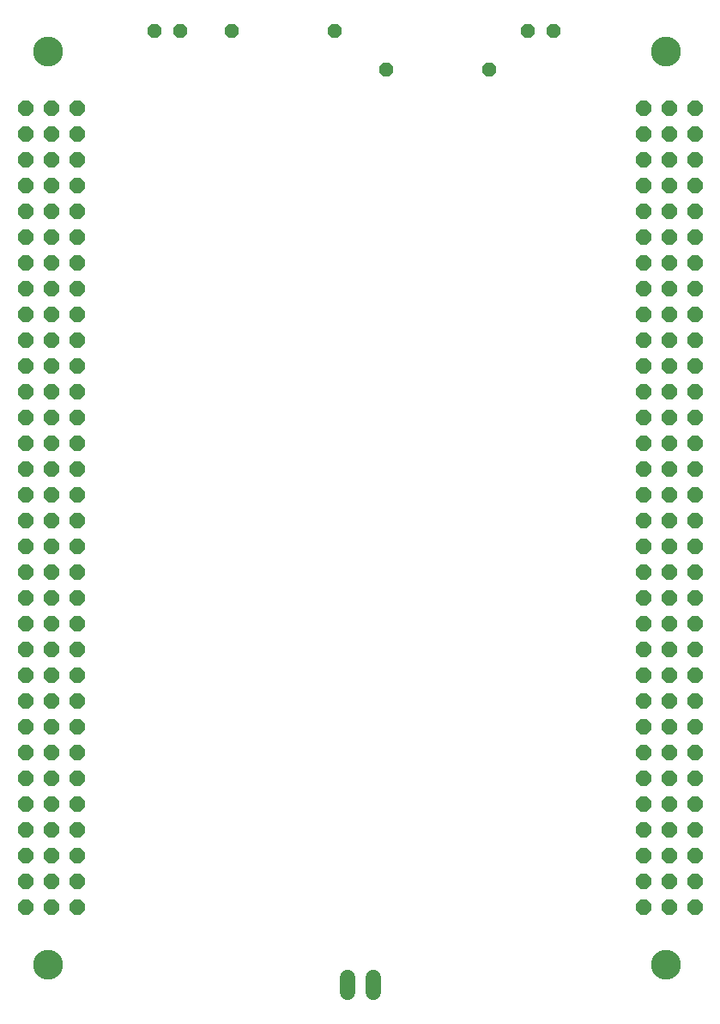
<source format=gbr>
G04 EAGLE Gerber RS-274X export*
G75*
%MOMM*%
%FSLAX34Y34*%
%LPD*%
%INSoldermask Top*%
%IPPOS*%
%AMOC8*
5,1,8,0,0,1.08239X$1,22.5*%
G01*
%ADD10P,1.649562X8X22.500000*%
%ADD11C,2.946400*%
%ADD12P,1.484606X8X22.500000*%
%ADD13C,1.524000*%


D10*
X50800Y965200D03*
X50800Y939800D03*
X50800Y914400D03*
X50800Y889000D03*
X50800Y863600D03*
X50800Y838200D03*
X50800Y812800D03*
X50800Y787400D03*
X50800Y762000D03*
X50800Y736600D03*
X50800Y711200D03*
X50800Y685800D03*
X50800Y660400D03*
X50800Y635000D03*
X50800Y609600D03*
X50800Y584200D03*
X101600Y965200D03*
X101600Y939800D03*
X101600Y914400D03*
X101600Y889000D03*
X101600Y863600D03*
X101600Y838200D03*
X101600Y812800D03*
X101600Y787400D03*
X101600Y762000D03*
X101600Y736600D03*
X101600Y711200D03*
X101600Y685800D03*
X101600Y660400D03*
X101600Y635000D03*
X101600Y609600D03*
X101600Y584200D03*
X76200Y965200D03*
X76200Y939800D03*
X76200Y914400D03*
X76200Y889000D03*
X76200Y863600D03*
X76200Y838200D03*
X76200Y812800D03*
X76200Y787400D03*
X76200Y762000D03*
X76200Y736600D03*
X76200Y711200D03*
X76200Y685800D03*
X76200Y660400D03*
X76200Y635000D03*
X76200Y609600D03*
X76200Y584200D03*
X50800Y558800D03*
X50800Y533400D03*
X50800Y508000D03*
X50800Y482600D03*
X50800Y457200D03*
X50800Y431800D03*
X50800Y406400D03*
X50800Y381000D03*
X50800Y355600D03*
X50800Y330200D03*
X50800Y304800D03*
X50800Y279400D03*
X50800Y254000D03*
X50800Y228600D03*
X50800Y203200D03*
X50800Y177800D03*
X101600Y558800D03*
X101600Y533400D03*
X101600Y508000D03*
X101600Y482600D03*
X101600Y457200D03*
X101600Y431800D03*
X101600Y406400D03*
X101600Y381000D03*
X101600Y355600D03*
X101600Y330200D03*
X101600Y304800D03*
X101600Y279400D03*
X101600Y254000D03*
X101600Y228600D03*
X101600Y203200D03*
X101600Y177800D03*
X76200Y558800D03*
X76200Y533400D03*
X76200Y508000D03*
X76200Y482600D03*
X76200Y457200D03*
X76200Y431800D03*
X76200Y406400D03*
X76200Y381000D03*
X76200Y355600D03*
X76200Y330200D03*
X76200Y304800D03*
X76200Y279400D03*
X76200Y254000D03*
X76200Y228600D03*
X76200Y203200D03*
X76200Y177800D03*
D11*
X73152Y1021499D03*
X73152Y121501D03*
D10*
X660400Y965200D03*
X660400Y939800D03*
X660400Y914400D03*
X660400Y889000D03*
X660400Y863600D03*
X660400Y838200D03*
X660400Y812800D03*
X660400Y787400D03*
X660400Y762000D03*
X660400Y736600D03*
X660400Y711200D03*
X660400Y685800D03*
X660400Y660400D03*
X660400Y635000D03*
X660400Y609600D03*
X660400Y584200D03*
X711200Y965200D03*
X711200Y939800D03*
X711200Y914400D03*
X711200Y889000D03*
X711200Y863600D03*
X711200Y838200D03*
X711200Y812800D03*
X711200Y787400D03*
X711200Y762000D03*
X711200Y736600D03*
X711200Y711200D03*
X711200Y685800D03*
X711200Y660400D03*
X711200Y635000D03*
X711200Y609600D03*
X711200Y584200D03*
X685800Y965200D03*
X685800Y939800D03*
X685800Y914400D03*
X685800Y889000D03*
X685800Y863600D03*
X685800Y838200D03*
X685800Y812800D03*
X685800Y787400D03*
X685800Y762000D03*
X685800Y736600D03*
X685800Y711200D03*
X685800Y685800D03*
X685800Y660400D03*
X685800Y635000D03*
X685800Y609600D03*
X685800Y584200D03*
X660400Y558800D03*
X660400Y533400D03*
X660400Y508000D03*
X660400Y482600D03*
X660400Y457200D03*
X660400Y431800D03*
X660400Y406400D03*
X660400Y381000D03*
X660400Y355600D03*
X660400Y330200D03*
X660400Y304800D03*
X660400Y279400D03*
X660400Y254000D03*
X660400Y228600D03*
X660400Y203200D03*
X660400Y177800D03*
X711200Y558800D03*
X711200Y533400D03*
X711200Y508000D03*
X711200Y482600D03*
X711200Y457200D03*
X711200Y431800D03*
X711200Y406400D03*
X711200Y381000D03*
X711200Y355600D03*
X711200Y330200D03*
X711200Y304800D03*
X711200Y279400D03*
X711200Y254000D03*
X711200Y228600D03*
X711200Y203200D03*
X711200Y177800D03*
X685800Y558800D03*
X685800Y533400D03*
X685800Y508000D03*
X685800Y482600D03*
X685800Y457200D03*
X685800Y431800D03*
X685800Y406400D03*
X685800Y381000D03*
X685800Y355600D03*
X685800Y330200D03*
X685800Y304800D03*
X685800Y279400D03*
X685800Y254000D03*
X685800Y228600D03*
X685800Y203200D03*
X685800Y177800D03*
D11*
X682752Y1021499D03*
X682752Y121501D03*
D12*
X177800Y1041400D03*
X203200Y1041400D03*
X254000Y1041400D03*
X355600Y1041400D03*
X546100Y1041400D03*
X571500Y1041400D03*
X406400Y1003300D03*
X508000Y1003300D03*
D13*
X393700Y108458D02*
X393700Y94742D01*
X368300Y94742D02*
X368300Y108458D01*
M02*

</source>
